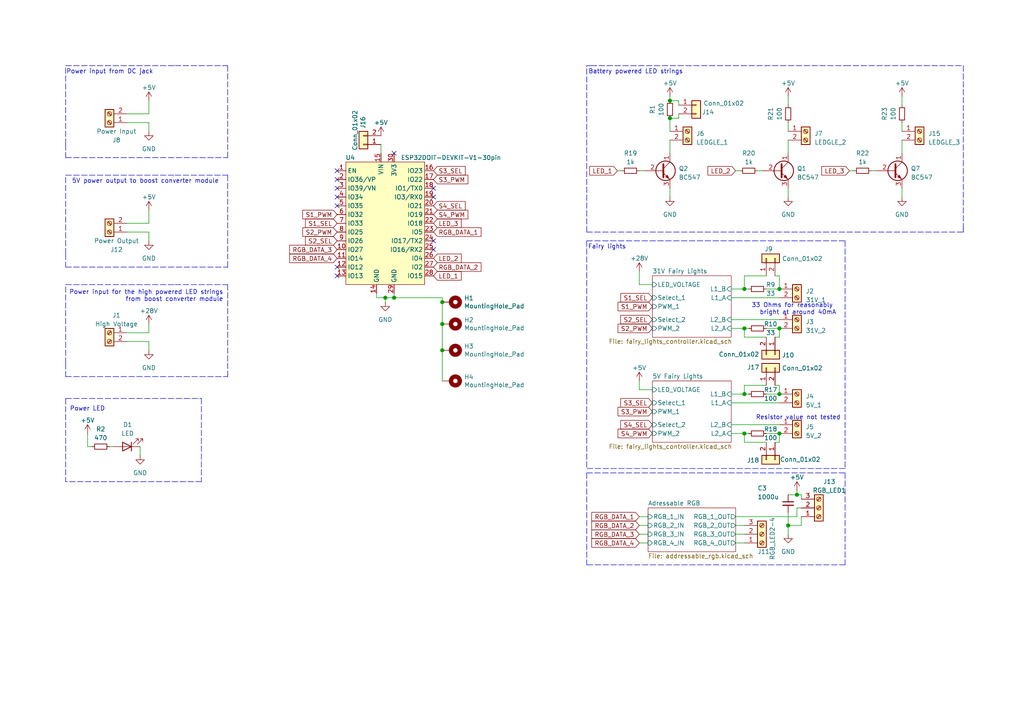
<source format=kicad_sch>
(kicad_sch (version 20210621) (generator eeschema)
  (paper "A4")
  (lib_symbols
    (symbol "Connector:Screw_Terminal_01x02" (pin_names (offset 1.016) hide)
      (property "Reference" "J" (at 0 2.54 0))
      (property "Value" "Screw_Terminal_01x02" (at 0 -5.08 0))
      (symbol "Screw_Terminal_01x02_1_1"
        (circle (center 0 -2.54) (radius 0.635) (stroke (width 0.1524)))
        (circle (center 0 0) (radius 0.635) (stroke (width 0.1524)))
        (rectangle (start -1.27 1.27) (end 1.27 -3.81) (stroke (width 0.254)) (fill (type background)))
        (polyline (pts (xy -0.5334 -2.2098) (xy 0.3302 -3.048)) (stroke (width 0.1524)))
        (polyline (pts (xy -0.5334 0.3302) (xy 0.3302 -0.508)) (stroke (width 0.1524)))
        (polyline (pts (xy -0.3556 -2.032) (xy 0.508 -2.8702)) (stroke (width 0.1524)))
        (polyline (pts (xy -0.3556 0.508) (xy 0.508 -0.3302)) (stroke (width 0.1524)))
        (pin passive line (at -5.08 0 0) (length 3.81) (name "Pin_1") (number "1"))
        (pin passive line (at -5.08 -2.54 0) (length 3.81) (name "Pin_2") (number "2"))
      )
    )
    (symbol "Connector:Screw_Terminal_01x03" (pin_names (offset 1.016) hide)
      (property "Reference" "J" (at 0 5.08 0))
      (property "Value" "Screw_Terminal_01x03" (at 0 -5.08 0))
      (symbol "Screw_Terminal_01x03_1_1"
        (circle (center 0 -2.54) (radius 0.635) (stroke (width 0.1524)))
        (circle (center 0 0) (radius 0.635) (stroke (width 0.1524)))
        (circle (center 0 2.54) (radius 0.635) (stroke (width 0.1524)))
        (rectangle (start -1.27 3.81) (end 1.27 -3.81) (stroke (width 0.254)) (fill (type background)))
        (polyline (pts (xy -0.5334 -2.2098) (xy 0.3302 -3.048)) (stroke (width 0.1524)))
        (polyline (pts (xy -0.5334 0.3302) (xy 0.3302 -0.508)) (stroke (width 0.1524)))
        (polyline (pts (xy -0.5334 2.8702) (xy 0.3302 2.032)) (stroke (width 0.1524)))
        (polyline (pts (xy -0.3556 -2.032) (xy 0.508 -2.8702)) (stroke (width 0.1524)))
        (polyline (pts (xy -0.3556 0.508) (xy 0.508 -0.3302)) (stroke (width 0.1524)))
        (polyline (pts (xy -0.3556 3.048) (xy 0.508 2.2098)) (stroke (width 0.1524)))
        (pin passive line (at -5.08 2.54 0) (length 3.81) (name "Pin_1") (number "1"))
        (pin passive line (at -5.08 0 0) (length 3.81) (name "Pin_2") (number "2"))
        (pin passive line (at -5.08 -2.54 0) (length 3.81) (name "Pin_3") (number "3"))
      )
    )
    (symbol "Connector_Generic:Conn_01x02" (pin_names (offset 1.016) hide)
      (property "Reference" "J" (at 0 2.54 0))
      (property "Value" "Conn_01x02" (at 0 -5.08 0))
      (symbol "Conn_01x02_1_1"
        (rectangle (start -1.27 -2.413) (end 0 -2.667) (stroke (width 0.1524)))
        (rectangle (start -1.27 0.127) (end 0 -0.127) (stroke (width 0.1524)))
        (rectangle (start -1.27 1.27) (end 1.27 -3.81) (stroke (width 0.254)) (fill (type background)))
        (pin passive line (at -5.08 0 0) (length 3.81) (name "Pin_1") (number "1"))
        (pin passive line (at -5.08 -2.54 0) (length 3.81) (name "Pin_2") (number "2"))
      )
    )
    (symbol "Device:C_Small" (pin_numbers hide) (pin_names (offset 0.254) hide)
      (property "Reference" "C" (at 0.254 1.778 0))
      (property "Value" "C_Small" (at 0.254 -2.032 0))
      (symbol "C_Small_0_1"
        (polyline (pts (xy -1.524 -0.508) (xy 1.524 -0.508)) (stroke (width 0.3302)))
        (polyline (pts (xy -1.524 0.508) (xy 1.524 0.508)) (stroke (width 0.3048)))
      )
      (symbol "C_Small_1_1"
        (pin passive line (at 0 2.54 270) (length 2.032) (name "~") (number "1"))
        (pin passive line (at 0 -2.54 90) (length 2.032) (name "~") (number "2"))
      )
    )
    (symbol "Device:LED" (pin_numbers hide) (pin_names (offset 1.016) hide)
      (property "Reference" "D" (at 0 2.54 0))
      (property "Value" "LED" (at 0 -2.54 0))
      (symbol "LED_0_1"
        (polyline (pts (xy -1.27 -1.27) (xy -1.27 1.27)) (stroke (width 0.254)))
        (polyline (pts (xy -1.27 0) (xy 1.27 0)))
        (polyline (pts (xy 1.27 -1.27) (xy 1.27 1.27) (xy -1.27 0) (xy 1.27 -1.27)) (stroke (width 0.254)))
        (polyline (pts (xy -3.048 -0.762) (xy -4.572 -2.286) (xy -3.81 -2.286) (xy -4.572 -2.286) (xy -4.572 -1.524)))
        (polyline (pts (xy -1.778 -0.762) (xy -3.302 -2.286) (xy -2.54 -2.286) (xy -3.302 -2.286) (xy -3.302 -1.524)))
      )
      (symbol "LED_1_1"
        (pin passive line (at -3.81 0 0) (length 2.54) (name "K") (number "1"))
        (pin passive line (at 3.81 0 180) (length 2.54) (name "A") (number "2"))
      )
    )
    (symbol "Device:R_Small" (pin_numbers hide) (pin_names (offset 0.254) hide)
      (property "Reference" "R" (at 0.762 0.508 0))
      (property "Value" "R_Small" (at 0.762 -1.016 0))
      (symbol "R_Small_0_1"
        (rectangle (start -0.762 1.778) (end 0.762 -1.778) (stroke (width 0.2032)))
      )
      (symbol "R_Small_1_1"
        (pin passive line (at 0 2.54 270) (length 0.762) (name "~") (number "1"))
        (pin passive line (at 0 -2.54 90) (length 0.762) (name "~") (number "2"))
      )
    )
    (symbol "Jim:ESP32DOIT-DEVKIT-V1-30pin"
      (property "Reference" "U" (at -11.43 22.86 0))
      (property "Value" "ESP32DOIT-DEVKIT-V1-30pin" (at 19.05 22.86 0))
      (symbol "ESP32DOIT-DEVKIT-V1-30pin_0_1"
        (rectangle (start -11.43 21.59) (end 11.43 -13.97) (stroke (width 0.1524)) (fill (type background)))
      )
      (symbol "ESP32DOIT-DEVKIT-V1-30pin_1_1"
        (pin input line (at -13.97 19.05 0) (length 2.54) (name "EN") (number "1"))
        (pin bidirectional line (at -13.97 -3.81 0) (length 2.54) (name "IO27") (number "10"))
        (pin bidirectional line (at -13.97 -6.35 0) (length 2.54) (name "IO14") (number "11"))
        (pin bidirectional line (at -13.97 -8.89 0) (length 2.54) (name "IO12") (number "12"))
        (pin bidirectional line (at -13.97 -11.43 0) (length 2.54) (name "IO13") (number "13"))
        (pin power_in line (at -2.54 -16.51 90) (length 2.54) (name "GND") (number "14"))
        (pin power_in line (at -1.27 24.13 270) (length 2.54) (name "VIN") (number "15"))
        (pin bidirectional line (at 13.97 19.05 180) (length 2.54) (name "IO23") (number "16"))
        (pin bidirectional line (at 13.97 16.51 180) (length 2.54) (name "IO22") (number "17"))
        (pin bidirectional line (at 13.97 13.97 180) (length 2.54) (name "IO1/TX0") (number "18"))
        (pin bidirectional line (at 13.97 11.43 180) (length 2.54) (name "IO3/RX0") (number "19"))
        (pin bidirectional line (at -13.97 16.51 0) (length 2.54) (name "IO36/VP") (number "2"))
        (pin bidirectional line (at 13.97 8.89 180) (length 2.54) (name "IO21") (number "20"))
        (pin bidirectional line (at 13.97 6.35 180) (length 2.54) (name "IO19") (number "21"))
        (pin bidirectional line (at 13.97 3.81 180) (length 2.54) (name "IO18") (number "22"))
        (pin bidirectional line (at 13.97 1.27 180) (length 2.54) (name "IO5") (number "23"))
        (pin bidirectional line (at 13.97 -1.27 180) (length 2.54) (name "IO17/TX2") (number "24"))
        (pin bidirectional line (at 13.97 -3.81 180) (length 2.54) (name "IO16/RX2") (number "25"))
        (pin bidirectional line (at 13.97 -6.35 180) (length 2.54) (name "IO4") (number "26"))
        (pin bidirectional line (at 13.97 -8.89 180) (length 2.54) (name "IO2") (number "27"))
        (pin bidirectional line (at 13.97 -11.43 180) (length 2.54) (name "IO15") (number "28"))
        (pin power_in line (at 2.54 -16.51 90) (length 2.54) (name "GND") (number "29"))
        (pin bidirectional line (at -13.97 13.97 0) (length 2.54) (name "IO39/VN") (number "3"))
        (pin power_in line (at 2.54 24.13 270) (length 2.54) (name "3V3") (number "30"))
        (pin bidirectional line (at -13.97 11.43 0) (length 2.54) (name "IO34") (number "4"))
        (pin bidirectional line (at -13.97 8.89 0) (length 2.54) (name "IO35") (number "5"))
        (pin bidirectional line (at -13.97 6.35 0) (length 2.54) (name "IO32") (number "6"))
        (pin bidirectional line (at -13.97 3.81 0) (length 2.54) (name "IO33") (number "7"))
        (pin bidirectional line (at -13.97 1.27 0) (length 2.54) (name "IO25") (number "8"))
        (pin bidirectional line (at -13.97 -1.27 0) (length 2.54) (name "IO26") (number "9"))
      )
    )
    (symbol "Mechanical:MountingHole_Pad" (pin_numbers hide) (pin_names (offset 1.016) hide)
      (property "Reference" "H" (at 0 6.35 0))
      (property "Value" "MountingHole_Pad" (at 0 4.445 0))
      (symbol "MountingHole_Pad_0_1"
        (circle (center 0 1.27) (radius 1.27) (stroke (width 1.27)))
      )
      (symbol "MountingHole_Pad_1_1"
        (pin input line (at 0 -2.54 90) (length 2.54) (name "1") (number "1"))
      )
    )
    (symbol "Transistor_BJT:BC547" (pin_names (offset 0) hide)
      (property "Reference" "Q" (at 5.08 1.905 0))
      (property "Value" "BC547" (at 5.08 0 0))
      (symbol "BC547_0_1"
        (circle (center 1.27 0) (radius 2.8194) (stroke (width 0.254)))
        (polyline (pts (xy 0 0) (xy 0.635 0)))
        (polyline (pts (xy 0.635 0.635) (xy 2.54 2.54)))
        (polyline (pts (xy 0.635 -0.635) (xy 2.54 -2.54) (xy 2.54 -2.54)))
        (polyline (pts (xy 0.635 1.905) (xy 0.635 -1.905) (xy 0.635 -1.905)) (stroke (width 0.508)))
        (polyline (pts (xy 1.27 -1.778) (xy 1.778 -1.27) (xy 2.286 -2.286) (xy 1.27 -1.778) (xy 1.27 -1.778)) (fill (type outline)))
      )
      (symbol "BC547_1_1"
        (pin passive line (at 2.54 5.08 270) (length 2.54) (name "C") (number "1"))
        (pin input line (at -5.08 0 0) (length 5.08) (name "B") (number "2"))
        (pin passive line (at 2.54 -5.08 90) (length 2.54) (name "E") (number "3"))
      )
    )
    (symbol "power:+28V" (power) (pin_names (offset 0))
      (property "Value" "+28V" (at 0 3.81 0))
      (symbol "+28V_0_1"
        (polyline (pts (xy -0.762 1.27) (xy 0 2.54)))
        (polyline (pts (xy 0 0) (xy 0 2.54)))
        (polyline (pts (xy 0 2.54) (xy 0.762 1.27)))
      )
      (symbol "+28V_1_1"
        (pin power_in line (at 0 0 90) (length 0) hide (name "+28V") (number "1"))
      )
    )
    (symbol "power:+5V" (power) (pin_names (offset 0))
      (property "Value" "+5V" (at 0 3.556 0))
      (symbol "+5V_0_1"
        (polyline (pts (xy -0.762 1.27) (xy 0 2.54)))
        (polyline (pts (xy 0 0) (xy 0 2.54)))
        (polyline (pts (xy 0 2.54) (xy 0.762 1.27)))
      )
      (symbol "+5V_1_1"
        (pin power_in line (at 0 0 90) (length 0) hide (name "+5V") (number "1"))
      )
    )
    (symbol "power:GND" (power) (pin_names (offset 0))
      (property "Value" "GND" (at 0 -3.81 0))
      (symbol "GND_0_1"
        (polyline (pts (xy 0 0) (xy 0 -1.27) (xy 1.27 -1.27) (xy 0 -2.54) (xy -1.27 -1.27) (xy 0 -1.27)))
      )
      (symbol "GND_1_1"
        (pin power_in line (at 0 0 270) (length 0) hide (name "GND") (number "1"))
      )
    )
  )
  (junction (at 111.76 86.36) (diameter 1.016))
  (junction (at 114.3 86.36) (diameter 1.016))
  (junction (at 128.27 87.63) (diameter 1.016))
  (junction (at 128.27 93.98) (diameter 1.016))
  (junction (at 128.27 101.6) (diameter 1.016))
  (junction (at 194.31 29.21) (diameter 1.016))
  (junction (at 194.31 34.29) (diameter 1.016))
  (junction (at 215.9 83.82) (diameter 1.016))
  (junction (at 215.9 95.25) (diameter 1.016))
  (junction (at 215.9 114.3) (diameter 1.016))
  (junction (at 215.9 125.73) (diameter 1.016))
  (junction (at 226.06 83.82) (diameter 1.016))
  (junction (at 226.06 95.25) (diameter 1.016))
  (junction (at 226.06 114.3) (diameter 1.016))
  (junction (at 226.06 125.73) (diameter 1.016))
  (junction (at 228.6 152.4) (diameter 1.016))
  (junction (at 231.14 143.51) (diameter 1.016))
  (no_connect (at 97.79 49.53))
  (no_connect (at 97.79 52.07))
  (no_connect (at 97.79 54.61))
  (no_connect (at 97.79 57.15))
  (no_connect (at 97.79 59.69))
  (no_connect (at 97.79 77.47))
  (no_connect (at 97.79 80.01))
  (no_connect (at 114.3 44.45))
  (no_connect (at 125.73 54.61))
  (no_connect (at 125.73 57.15))
  (no_connect (at 125.73 69.85))
  (no_connect (at 125.73 72.39))
  (wire (pts (xy 25.4 125.73) (xy 25.4 129.54)))
  (wire (pts (xy 25.4 129.54) (xy 26.67 129.54)))
  (wire (pts (xy 31.75 129.54) (xy 33.02 129.54)))
  (wire (pts (xy 36.83 33.02) (xy 43.18 33.02)))
  (wire (pts (xy 36.83 35.56) (xy 43.18 35.56)))
  (wire (pts (xy 36.83 64.77) (xy 43.18 64.77)))
  (wire (pts (xy 36.83 67.31) (xy 43.18 67.31)))
  (wire (pts (xy 36.83 96.52) (xy 43.18 96.52)))
  (wire (pts (xy 36.83 99.06) (xy 43.18 99.06)))
  (wire (pts (xy 40.64 129.54) (xy 40.64 132.08)))
  (wire (pts (xy 43.18 29.21) (xy 43.18 33.02)))
  (wire (pts (xy 43.18 35.56) (xy 43.18 38.1)))
  (wire (pts (xy 43.18 60.96) (xy 43.18 64.77)))
  (wire (pts (xy 43.18 67.31) (xy 43.18 69.85)))
  (wire (pts (xy 43.18 93.98) (xy 43.18 96.52)))
  (wire (pts (xy 43.18 99.06) (xy 43.18 101.6)))
  (wire (pts (xy 109.22 85.09) (xy 109.22 86.36)))
  (wire (pts (xy 109.22 86.36) (xy 111.76 86.36)))
  (wire (pts (xy 110.49 41.91) (xy 110.49 44.45)))
  (wire (pts (xy 111.76 86.36) (xy 111.76 87.63)))
  (wire (pts (xy 114.3 85.09) (xy 114.3 86.36)))
  (wire (pts (xy 114.3 86.36) (xy 111.76 86.36)))
  (wire (pts (xy 114.3 86.36) (xy 128.27 86.36)))
  (wire (pts (xy 128.27 86.36) (xy 128.27 87.63)))
  (wire (pts (xy 128.27 87.63) (xy 128.27 93.98)))
  (wire (pts (xy 128.27 93.98) (xy 128.27 101.6)))
  (wire (pts (xy 128.27 101.6) (xy 128.27 110.49)))
  (wire (pts (xy 179.07 49.53) (xy 180.34 49.53)))
  (wire (pts (xy 185.42 49.53) (xy 186.69 49.53)))
  (wire (pts (xy 185.42 78.74) (xy 185.42 82.55)))
  (wire (pts (xy 185.42 82.55) (xy 189.23 82.55)))
  (wire (pts (xy 185.42 110.49) (xy 185.42 113.03)))
  (wire (pts (xy 185.42 113.03) (xy 189.23 113.03)))
  (wire (pts (xy 185.42 149.86) (xy 187.96 149.86)))
  (wire (pts (xy 185.42 152.4) (xy 187.96 152.4)))
  (wire (pts (xy 185.42 154.94) (xy 187.96 154.94)))
  (wire (pts (xy 185.42 157.48) (xy 187.96 157.48)))
  (wire (pts (xy 194.31 27.94) (xy 194.31 29.21)))
  (wire (pts (xy 194.31 34.29) (xy 194.31 38.1)))
  (wire (pts (xy 194.31 40.64) (xy 194.31 44.45)))
  (wire (pts (xy 194.31 54.61) (xy 194.31 57.15)))
  (wire (pts (xy 196.85 29.21) (xy 194.31 29.21)))
  (wire (pts (xy 196.85 30.48) (xy 196.85 29.21)))
  (wire (pts (xy 196.85 33.02) (xy 196.85 34.29)))
  (wire (pts (xy 196.85 34.29) (xy 194.31 34.29)))
  (wire (pts (xy 212.09 83.82) (xy 215.9 83.82)))
  (wire (pts (xy 212.09 86.36) (xy 226.06 86.36)))
  (wire (pts (xy 212.09 92.71) (xy 226.06 92.71)))
  (wire (pts (xy 212.09 95.25) (xy 215.9 95.25)))
  (wire (pts (xy 212.09 114.3) (xy 215.9 114.3)))
  (wire (pts (xy 212.09 116.84) (xy 226.06 116.84)))
  (wire (pts (xy 212.09 123.19) (xy 226.06 123.19)))
  (wire (pts (xy 212.09 125.73) (xy 215.9 125.73)))
  (wire (pts (xy 213.36 49.53) (xy 214.63 49.53)))
  (wire (pts (xy 213.36 149.86) (xy 231.14 149.86)))
  (wire (pts (xy 213.36 152.4) (xy 215.9 152.4)))
  (wire (pts (xy 213.36 154.94) (xy 215.9 154.94)))
  (wire (pts (xy 213.36 157.48) (xy 215.9 157.48)))
  (wire (pts (xy 215.9 80.01) (xy 215.9 83.82)))
  (wire (pts (xy 215.9 83.82) (xy 217.17 83.82)))
  (wire (pts (xy 215.9 95.25) (xy 217.17 95.25)))
  (wire (pts (xy 215.9 97.79) (xy 215.9 95.25)))
  (wire (pts (xy 215.9 111.76) (xy 215.9 114.3)))
  (wire (pts (xy 215.9 114.3) (xy 217.17 114.3)))
  (wire (pts (xy 215.9 125.73) (xy 217.17 125.73)))
  (wire (pts (xy 215.9 128.27) (xy 215.9 125.73)))
  (wire (pts (xy 219.71 49.53) (xy 220.98 49.53)))
  (wire (pts (xy 222.25 80.01) (xy 215.9 80.01)))
  (wire (pts (xy 222.25 83.82) (xy 226.06 83.82)))
  (wire (pts (xy 222.25 95.25) (xy 226.06 95.25)))
  (wire (pts (xy 222.25 97.79) (xy 215.9 97.79)))
  (wire (pts (xy 222.25 111.76) (xy 215.9 111.76)))
  (wire (pts (xy 222.25 114.3) (xy 226.06 114.3)))
  (wire (pts (xy 222.25 125.73) (xy 226.06 125.73)))
  (wire (pts (xy 222.25 128.27) (xy 215.9 128.27)))
  (wire (pts (xy 224.79 80.01) (xy 226.06 80.01)))
  (wire (pts (xy 224.79 97.79) (xy 226.06 97.79)))
  (wire (pts (xy 224.79 111.76) (xy 226.06 111.76)))
  (wire (pts (xy 224.79 128.27) (xy 226.06 128.27)))
  (wire (pts (xy 226.06 80.01) (xy 226.06 83.82)))
  (wire (pts (xy 226.06 95.25) (xy 226.06 97.79)))
  (wire (pts (xy 226.06 111.76) (xy 226.06 114.3)))
  (wire (pts (xy 226.06 128.27) (xy 226.06 125.73)))
  (wire (pts (xy 228.6 27.94) (xy 228.6 30.48)))
  (wire (pts (xy 228.6 35.56) (xy 228.6 38.1)))
  (wire (pts (xy 228.6 40.64) (xy 228.6 44.45)))
  (wire (pts (xy 228.6 54.61) (xy 228.6 57.15)))
  (wire (pts (xy 228.6 143.51) (xy 231.14 143.51)))
  (wire (pts (xy 228.6 148.59) (xy 228.6 152.4)))
  (wire (pts (xy 228.6 152.4) (xy 228.6 154.94)))
  (wire (pts (xy 228.6 152.4) (xy 232.41 152.4)))
  (wire (pts (xy 231.14 142.24) (xy 231.14 143.51)))
  (wire (pts (xy 231.14 143.51) (xy 232.41 143.51)))
  (wire (pts (xy 231.14 147.32) (xy 232.41 147.32)))
  (wire (pts (xy 231.14 149.86) (xy 231.14 147.32)))
  (wire (pts (xy 232.41 143.51) (xy 232.41 144.78)))
  (wire (pts (xy 232.41 152.4) (xy 232.41 149.86)))
  (wire (pts (xy 246.38 49.53) (xy 247.65 49.53)))
  (wire (pts (xy 252.73 49.53) (xy 254 49.53)))
  (wire (pts (xy 261.62 27.94) (xy 261.62 30.48)))
  (wire (pts (xy 261.62 35.56) (xy 261.62 38.1)))
  (wire (pts (xy 261.62 40.64) (xy 261.62 44.45)))
  (wire (pts (xy 261.62 54.61) (xy 261.62 57.15)))
  (polyline (pts (xy 19.05 19.05) (xy 50.8 19.05)) (stroke (width 0) (type dash)))
  (polyline (pts (xy 19.05 41.91) (xy 19.05 19.05)) (stroke (width 0) (type dash)))
  (polyline (pts (xy 19.05 41.91) (xy 19.05 45.72)) (stroke (width 0) (type dash)))
  (polyline (pts (xy 19.05 45.72) (xy 66.04 45.72)) (stroke (width 0) (type dash)))
  (polyline (pts (xy 19.05 50.8) (xy 50.8 50.8)) (stroke (width 0) (type dash)))
  (polyline (pts (xy 19.05 73.66) (xy 19.05 50.8)) (stroke (width 0) (type dash)))
  (polyline (pts (xy 19.05 73.66) (xy 19.05 77.47)) (stroke (width 0) (type dash)))
  (polyline (pts (xy 19.05 77.47) (xy 66.04 77.47)) (stroke (width 0) (type dash)))
  (polyline (pts (xy 19.05 82.55) (xy 50.8 82.55)) (stroke (width 0) (type dash)))
  (polyline (pts (xy 19.05 105.41) (xy 19.05 82.55)) (stroke (width 0) (type dash)))
  (polyline (pts (xy 19.05 105.41) (xy 19.05 109.22)) (stroke (width 0) (type dash)))
  (polyline (pts (xy 19.05 109.22) (xy 66.04 109.22)) (stroke (width 0) (type dash)))
  (polyline (pts (xy 19.05 115.57) (xy 19.05 139.7)) (stroke (width 0) (type dash)))
  (polyline (pts (xy 19.05 115.57) (xy 58.42 115.57)) (stroke (width 0) (type dash)))
  (polyline (pts (xy 50.8 19.05) (xy 66.04 19.05)) (stroke (width 0) (type dash)))
  (polyline (pts (xy 50.8 50.8) (xy 66.04 50.8)) (stroke (width 0) (type dash)))
  (polyline (pts (xy 50.8 82.55) (xy 66.04 82.55)) (stroke (width 0) (type dash)))
  (polyline (pts (xy 58.42 115.57) (xy 58.42 139.7)) (stroke (width 0) (type dash)))
  (polyline (pts (xy 58.42 139.7) (xy 19.05 139.7)) (stroke (width 0) (type dash)))
  (polyline (pts (xy 66.04 19.05) (xy 66.04 41.91)) (stroke (width 0) (type dash)))
  (polyline (pts (xy 66.04 45.72) (xy 66.04 41.91)) (stroke (width 0) (type dash)))
  (polyline (pts (xy 66.04 50.8) (xy 66.04 73.66)) (stroke (width 0) (type dash)))
  (polyline (pts (xy 66.04 77.47) (xy 66.04 73.66)) (stroke (width 0) (type dash)))
  (polyline (pts (xy 66.04 82.55) (xy 66.04 105.41)) (stroke (width 0) (type dash)))
  (polyline (pts (xy 66.04 109.22) (xy 66.04 105.41)) (stroke (width 0) (type dash)))
  (polyline (pts (xy 170.18 19.05) (xy 171.45 19.05)) (stroke (width 0) (type dash)))
  (polyline (pts (xy 170.18 67.31) (xy 170.18 19.05)) (stroke (width 0) (type dash)))
  (polyline (pts (xy 170.18 67.31) (xy 279.4 67.31)) (stroke (width 0) (type dash)))
  (polyline (pts (xy 170.18 69.85) (xy 170.18 135.89)) (stroke (width 0) (type dash)))
  (polyline (pts (xy 170.18 69.85) (xy 245.11 69.85)) (stroke (width 0) (type dash)))
  (polyline (pts (xy 170.18 137.16) (xy 170.18 163.83)) (stroke (width 0) (type dash)))
  (polyline (pts (xy 170.18 137.16) (xy 245.11 137.16)) (stroke (width 0) (type dash)))
  (polyline (pts (xy 171.45 19.05) (xy 245.11 19.05)) (stroke (width 0) (type dash)))
  (polyline (pts (xy 245.11 19.05) (xy 279.4 19.05)) (stroke (width 0) (type dash)))
  (polyline (pts (xy 245.11 69.85) (xy 245.11 135.89)) (stroke (width 0) (type dash)))
  (polyline (pts (xy 245.11 135.89) (xy 170.18 135.89)) (stroke (width 0) (type dash)))
  (polyline (pts (xy 245.11 137.16) (xy 245.11 163.83)) (stroke (width 0) (type dash)))
  (polyline (pts (xy 245.11 163.83) (xy 170.18 163.83)) (stroke (width 0) (type dash)))
  (polyline (pts (xy 279.4 19.05) (xy 279.4 67.31)) (stroke (width 0) (type dash)))
  (polyline (pts (xy 279.4 67.31) (xy 279.4 66.04)) (stroke (width 0) (type dash)))
  (text "Power LED" (at 30.48 119.38 180) (effects (font (size 1.27 1.27)) (justify right bottom)))
  (text "Power input from DC jack" (at 44.45 21.59 180) (effects (font (size 1.27 1.27)) (justify right bottom)))
  (text "5V power output to boost converter module" (at 63.5 53.34 180) (effects (font (size 1.27 1.27)) (justify right bottom)))
  (text "Power input for the high powered LED strings\nfrom boost converter module" (at 64.77 87.63 0) (effects (font (size 1.27 1.27)) (justify right bottom)))
  (text "Fairy lights" (at 181.61 72.39 180) (effects (font (size 1.27 1.27)) (justify right bottom)))
  (text "Battery powered LED strings" (at 198.12 21.59 180) (effects (font (size 1.27 1.27)) (justify right bottom)))
  (text "33 Ohms for reasonably \nbright at around 40mA\n" (at 242.57 91.44 180) (effects (font (size 1.27 1.27)) (justify right bottom)))
  (text "Resistor value not tested" (at 243.84 121.92 180) (effects (font (size 1.27 1.27)) (justify right bottom)))
  (global_label "S1_PWM" (shape input) (at 97.79 62.23 180) (property "Intersheet References" "${INTERSHEET_REFS}" (effects hide)))
  (global_label "S1_SEL" (shape input) (at 97.79 64.77 180) (property "Intersheet References" "${INTERSHEET_REFS}" (effects hide)))
  (global_label "S2_PWM" (shape input) (at 97.79 67.31 180) (property "Intersheet References" "${INTERSHEET_REFS}" (effects hide)))
  (global_label "S2_SEL" (shape input) (at 97.79 69.85 180) (property "Intersheet References" "${INTERSHEET_REFS}" (effects hide)))
  (global_label "RGB_DATA_3" (shape input) (at 97.79 72.39 180) (property "Intersheet References" "${INTERSHEET_REFS}" (effects hide)))
  (global_label "RGB_DATA_4" (shape input) (at 97.79 74.93 180) (property "Intersheet References" "${INTERSHEET_REFS}" (effects hide)))
  (global_label "S3_SEL" (shape input) (at 125.73 49.53 0) (property "Intersheet References" "${INTERSHEET_REFS}" (effects hide)))
  (global_label "S3_PWM" (shape input) (at 125.73 52.07 0) (property "Intersheet References" "${INTERSHEET_REFS}" (effects hide)))
  (global_label "S4_SEL" (shape input) (at 125.73 59.69 0) (property "Intersheet References" "${INTERSHEET_REFS}" (effects hide)))
  (global_label "S4_PWM" (shape input) (at 125.73 62.23 0) (property "Intersheet References" "${INTERSHEET_REFS}" (effects hide)))
  (global_label "LED_3" (shape input) (at 125.73 64.77 0) (property "Intersheet References" "${INTERSHEET_REFS}" (effects hide)))
  (global_label "RGB_DATA_1" (shape input) (at 125.73 67.31 0) (property "Intersheet References" "${INTERSHEET_REFS}" (effects hide)))
  (global_label "LED_2" (shape input) (at 125.73 74.93 0) (property "Intersheet References" "${INTERSHEET_REFS}" (effects hide)))
  (global_label "RGB_DATA_2" (shape input) (at 125.73 77.47 0) (property "Intersheet References" "${INTERSHEET_REFS}" (effects hide)))
  (global_label "LED_1" (shape input) (at 125.73 80.01 0) (property "Intersheet References" "${INTERSHEET_REFS}" (effects hide)))
  (global_label "LED_1" (shape input) (at 179.07 49.53 180) (property "Intersheet References" "${INTERSHEET_REFS}" (effects hide)))
  (global_label "RGB_DATA_1" (shape input) (at 185.42 149.86 180) (property "Intersheet References" "${INTERSHEET_REFS}" (effects hide)))
  (global_label "RGB_DATA_2" (shape input) (at 185.42 152.4 180) (property "Intersheet References" "${INTERSHEET_REFS}" (effects hide)))
  (global_label "RGB_DATA_3" (shape input) (at 185.42 154.94 180) (property "Intersheet References" "${INTERSHEET_REFS}" (effects hide)))
  (global_label "RGB_DATA_4" (shape input) (at 185.42 157.48 180) (property "Intersheet References" "${INTERSHEET_REFS}" (effects hide)))
  (global_label "S1_SEL" (shape input) (at 189.23 86.36 180) (property "Intersheet References" "${INTERSHEET_REFS}" (effects hide)))
  (global_label "S1_PWM" (shape input) (at 189.23 88.9 180) (property "Intersheet References" "${INTERSHEET_REFS}" (effects hide)))
  (global_label "S2_SEL" (shape input) (at 189.23 92.71 180) (property "Intersheet References" "${INTERSHEET_REFS}" (effects hide)))
  (global_label "S2_PWM" (shape input) (at 189.23 95.25 180) (property "Intersheet References" "${INTERSHEET_REFS}" (effects hide)))
  (global_label "S3_SEL" (shape input) (at 189.23 116.84 180) (property "Intersheet References" "${INTERSHEET_REFS}" (effects hide)))
  (global_label "S3_PWM" (shape input) (at 189.23 119.38 180) (property "Intersheet References" "${INTERSHEET_REFS}" (effects hide)))
  (global_label "S4_SEL" (shape input) (at 189.23 123.19 180) (property "Intersheet References" "${INTERSHEET_REFS}" (effects hide)))
  (global_label "S4_PWM" (shape input) (at 189.23 125.73 180) (property "Intersheet References" "${INTERSHEET_REFS}" (effects hide)))
  (global_label "LED_2" (shape input) (at 213.36 49.53 180) (property "Intersheet References" "${INTERSHEET_REFS}" (effects hide)))
  (global_label "LED_3" (shape input) (at 246.38 49.53 180) (property "Intersheet References" "${INTERSHEET_REFS}" (effects hide)))
  (symbol (lib_id "power:+5V") (at 25.4 125.73 0) (unit 1)
    (property "Reference" "#PWR04" (effects hide))
    (property "Value" "+5V" (at 25.4 121.92 0))
  )
  (symbol (lib_id "power:+5V") (at 43.18 29.21 0) (unit 1)
    (property "Reference" "#PWR021" (effects hide))
    (property "Value" "+5V" (at 43.18 25.4 0))
  )
  (symbol (lib_id "power:+5V") (at 43.18 60.96 0) (unit 1)
    (property "Reference" "#PWR0108" (effects hide))
    (property "Value" "+5V" (at 43.18 57.15 0))
  )
  (symbol (lib_id "power:+28V") (at 43.18 93.98 0) (unit 1)
    (property "Reference" "#PWR01" (effects hide))
    (property "Value" "+28V" (at 43.18 90.17 0))
  )
  (symbol (lib_id "power:+5V") (at 110.49 39.37 0) (unit 1)
    (property "Reference" "#PWR0101" (effects hide))
    (property "Value" "+5V" (at 110.49 35.56 0))
  )
  (symbol (lib_id "power:+28V") (at 185.42 78.74 0) (unit 1)
    (property "Reference" "#PWR024" (effects hide))
    (property "Value" "+28V" (at 185.42 74.93 0))
  )
  (symbol (lib_id "power:+5V") (at 185.42 110.49 0) (unit 1)
    (property "Reference" "#PWR03" (effects hide))
    (property "Value" "+5V" (at 185.42 106.68 0))
  )
  (symbol (lib_id "power:+5V") (at 194.31 27.94 0) (unit 1)
    (property "Reference" "#PWR05" (effects hide))
    (property "Value" "+5V" (at 194.31 24.13 0))
  )
  (symbol (lib_id "power:+5V") (at 228.6 27.94 0) (unit 1)
    (property "Reference" "#PWR026" (effects hide))
    (property "Value" "+5V" (at 228.6 24.13 0))
  )
  (symbol (lib_id "power:+5V") (at 231.14 142.24 0) (unit 1)
    (property "Reference" "#PWR0103" (effects hide))
    (property "Value" "+5V" (at 231.14 138.43 0))
  )
  (symbol (lib_id "power:+5V") (at 261.62 27.94 0) (unit 1)
    (property "Reference" "#PWR028" (effects hide))
    (property "Value" "+5V" (at 261.62 24.13 0))
  )
  (symbol (lib_id "power:GND") (at 40.64 132.08 0) (unit 1)
    (property "Reference" "#PWR025" (effects hide))
    (property "Value" "GND" (at 40.64 137.16 0))
  )
  (symbol (lib_id "power:GND") (at 43.18 38.1 0) (unit 1)
    (property "Reference" "#PWR022" (effects hide))
    (property "Value" "GND" (at 43.18 43.18 0))
  )
  (symbol (lib_id "power:GND") (at 43.18 69.85 0) (unit 1)
    (property "Reference" "#PWR0107" (effects hide))
    (property "Value" "GND" (at 43.18 74.93 0))
  )
  (symbol (lib_id "power:GND") (at 43.18 101.6 0) (unit 1)
    (property "Reference" "#PWR02" (effects hide))
    (property "Value" "GND" (at 43.18 106.68 0))
  )
  (symbol (lib_id "power:GND") (at 111.76 87.63 0) (unit 1)
    (property "Reference" "#PWR0102" (effects hide))
    (property "Value" "GND" (at 111.76 92.71 0))
  )
  (symbol (lib_id "power:GND") (at 194.31 57.15 0) (unit 1)
    (property "Reference" "#PWR06" (effects hide))
    (property "Value" "GND" (at 194.31 62.23 0))
  )
  (symbol (lib_id "power:GND") (at 228.6 57.15 0) (unit 1)
    (property "Reference" "#PWR027" (effects hide))
    (property "Value" "GND" (at 228.6 62.23 0))
  )
  (symbol (lib_id "power:GND") (at 228.6 154.94 0) (unit 1)
    (property "Reference" "#PWR0104" (effects hide))
    (property "Value" "GND" (at 228.6 160.02 0))
  )
  (symbol (lib_id "power:GND") (at 261.62 57.15 0) (unit 1)
    (property "Reference" "#PWR029" (effects hide))
    (property "Value" "GND" (at 261.62 62.23 0))
  )
  (symbol (lib_id "Device:R_Small") (at 29.21 129.54 90) (unit 1)
    (property "Reference" "R2" (at 29.21 124.46 90))
    (property "Value" "470" (at 29.21 127 90))
    (property "Footprint" "Resistor_THT:R_Axial_DIN0204_L3.6mm_D1.6mm_P5.08mm_Horizontal" (effects hide))
  )
  (symbol (lib_id "Device:R_Small") (at 182.88 49.53 90) (unit 1)
    (property "Reference" "R19" (at 182.88 44.45 90))
    (property "Value" "1k" (at 182.88 46.99 90))
    (property "Footprint" "Resistor_THT:R_Axial_DIN0204_L3.6mm_D1.6mm_P5.08mm_Horizontal" (effects hide))
  )
  (symbol (lib_id "Device:R_Small") (at 194.31 31.75 180) (unit 1)
    (property "Reference" "R1" (at 189.23 31.75 90))
    (property "Value" "100" (at 191.77 31.75 90))
    (property "Footprint" "Resistor_THT:R_Axial_DIN0204_L3.6mm_D1.6mm_P5.08mm_Horizontal" (effects hide))
  )
  (symbol (lib_id "Device:R_Small") (at 217.17 49.53 90) (unit 1)
    (property "Reference" "R20" (at 217.17 44.45 90))
    (property "Value" "1k" (at 217.17 46.99 90))
    (property "Footprint" "Resistor_THT:R_Axial_DIN0204_L3.6mm_D1.6mm_P5.08mm_Horizontal" (effects hide))
  )
  (symbol (lib_id "Device:R_Small") (at 219.71 83.82 90) (unit 1)
    (property "Reference" "R9" (at 223.52 82.55 90))
    (property "Value" "33" (at 223.52 85.09 90))
    (property "Footprint" "Resistor_THT:R_Axial_DIN0204_L3.6mm_D1.6mm_P5.08mm_Horizontal" (effects hide))
  )
  (symbol (lib_id "Device:R_Small") (at 219.71 95.25 90) (unit 1)
    (property "Reference" "R10" (at 223.52 93.98 90))
    (property "Value" "33" (at 223.52 96.52 90))
    (property "Footprint" "Resistor_THT:R_Axial_DIN0204_L3.6mm_D1.6mm_P5.08mm_Horizontal" (effects hide))
  )
  (symbol (lib_id "Device:R_Small") (at 219.71 114.3 90) (unit 1)
    (property "Reference" "R17" (at 223.52 113.03 90))
    (property "Value" "100" (at 223.52 115.57 90))
    (property "Footprint" "Resistor_THT:R_Axial_DIN0204_L3.6mm_D1.6mm_P5.08mm_Horizontal" (effects hide))
  )
  (symbol (lib_id "Device:R_Small") (at 219.71 125.73 90) (unit 1)
    (property "Reference" "R18" (at 223.52 124.46 90))
    (property "Value" "100" (at 223.52 127 90))
    (property "Footprint" "Resistor_THT:R_Axial_DIN0204_L3.6mm_D1.6mm_P5.08mm_Horizontal" (effects hide))
  )
  (symbol (lib_id "Device:R_Small") (at 228.6 33.02 180) (unit 1)
    (property "Reference" "R21" (at 223.52 33.02 90))
    (property "Value" "100" (at 226.06 33.02 90))
    (property "Footprint" "Resistor_THT:R_Axial_DIN0204_L3.6mm_D1.6mm_P5.08mm_Horizontal" (effects hide))
  )
  (symbol (lib_id "Device:R_Small") (at 250.19 49.53 90) (unit 1)
    (property "Reference" "R22" (at 250.19 44.45 90))
    (property "Value" "1k" (at 250.19 46.99 90))
    (property "Footprint" "Resistor_THT:R_Axial_DIN0204_L3.6mm_D1.6mm_P5.08mm_Horizontal" (effects hide))
  )
  (symbol (lib_id "Device:R_Small") (at 261.62 33.02 180) (unit 1)
    (property "Reference" "R23" (at 256.54 33.02 90))
    (property "Value" "100" (at 259.08 33.02 90))
    (property "Footprint" "Resistor_THT:R_Axial_DIN0204_L3.6mm_D1.6mm_P5.08mm_Horizontal" (effects hide))
  )
  (symbol (lib_id "Device:C_Small") (at 228.6 146.05 0) (unit 1)
    (property "Reference" "C3" (at 219.71 141.6049 0) (effects (justify left)))
    (property "Value" "1000u" (at 219.71 144.1449 0) (effects (justify left)))
    (property "Footprint" "Capacitor_SMD:C_0805_2012Metric" (effects hide))
  )
  (symbol (lib_id "Mechanical:MountingHole_Pad") (at 130.81 87.63 270) (unit 1)
    (property "Reference" "H1" (at 134.62 86.4616 90) (effects (justify left)))
    (property "Value" "MountingHole_Pad" (at 134.62 88.773 90) (effects (justify left)))
    (property "Footprint" "MountingHole:MountingHole_3.2mm_M3_Pad_Via" (effects hide))
  )
  (symbol (lib_id "Mechanical:MountingHole_Pad") (at 130.81 93.98 270) (unit 1)
    (property "Reference" "H2" (at 134.62 92.8116 90) (effects (justify left)))
    (property "Value" "MountingHole_Pad" (at 134.62 95.123 90) (effects (justify left)))
    (property "Footprint" "MountingHole:MountingHole_3.2mm_M3_Pad_Via" (effects hide))
  )
  (symbol (lib_id "Mechanical:MountingHole_Pad") (at 130.81 101.6 270) (unit 1)
    (property "Reference" "H3" (at 134.62 100.4316 90) (effects (justify left)))
    (property "Value" "MountingHole_Pad" (at 134.62 102.743 90) (effects (justify left)))
    (property "Footprint" "MountingHole:MountingHole_3.2mm_M3_Pad_Via" (effects hide))
  )
  (symbol (lib_id "Mechanical:MountingHole_Pad") (at 130.81 110.49 270) (unit 1)
    (property "Reference" "H4" (at 134.62 109.3216 90) (effects (justify left)))
    (property "Value" "MountingHole_Pad" (at 134.62 111.633 90) (effects (justify left)))
    (property "Footprint" "MountingHole:MountingHole_3.2mm_M3_Pad_Via" (effects hide))
  )
  (symbol (lib_id "Device:LED") (at 36.83 129.54 180) (unit 1)
    (property "Reference" "D1" (at 37.0205 123.19 0))
    (property "Value" "LED" (at 37.0205 125.73 0))
    (property "Footprint" "LED_THT:LED_D5.0mm" (effects hide))
  )
  (symbol (lib_id "Connector:Screw_Terminal_01x02") (at 31.75 35.56 180) (unit 1)
    (property "Reference" "J8" (at 33.782 40.64 0))
    (property "Value" "Power Input" (at 33.782 38.1 0))
    (property "Footprint" "TerminalBlock_Phoenix:TerminalBlock_Phoenix_MKDS-1,5-2_1x02_P5.00mm_Horizontal" (effects hide))
  )
  (symbol (lib_id "Connector:Screw_Terminal_01x02") (at 31.75 67.31 180) (unit 1)
    (property "Reference" "J12" (at 33.782 72.39 0))
    (property "Value" "Power Output" (at 33.782 69.85 0))
    (property "Footprint" "TerminalBlock_Phoenix:TerminalBlock_Phoenix_MKDS-1,5-2_1x02_P5.00mm_Horizontal" (effects hide))
  )
  (symbol (lib_id "Connector:Screw_Terminal_01x02") (at 31.75 96.52 0) (mirror y) (unit 1)
    (property "Reference" "J1" (at 33.782 91.44 0))
    (property "Value" "High Voltage" (at 33.782 93.98 0))
    (property "Footprint" "TerminalBlock_Phoenix:TerminalBlock_Phoenix_MKDS-1,5-2_1x02_P5.00mm_Horizontal" (effects hide))
  )
  (symbol (lib_id "Connector_Generic:Conn_01x02") (at 105.41 41.91 180) (unit 1)
    (property "Reference" "J16" (at 105.2635 37.3379 90) (effects (justify right)))
    (property "Value" "Conn_01x02" (at 102.9586 43.6879 90) (effects (justify right)))
    (property "Footprint" "Connector_PinHeader_2.54mm:PinHeader_1x02_P2.54mm_Vertical" (effects hide))
  )
  (symbol (lib_id "Connector:Screw_Terminal_01x02") (at 199.39 38.1 0) (unit 1)
    (property "Reference" "J6" (at 201.93 38.7349 0) (effects (justify left)))
    (property "Value" "LEDGLE_1" (at 201.93 41.2749 0) (effects (justify left)))
    (property "Footprint" "TerminalBlock_Phoenix:TerminalBlock_Phoenix_MKDS-1,5-2_1x02_P5.00mm_Horizontal" (effects hide))
  )
  (symbol (lib_id "Connector_Generic:Conn_01x02") (at 201.93 30.48 0) (unit 1)
    (property "Reference" "J14" (at 207.1565 32.5121 0) (effects (justify right)))
    (property "Value" "Conn_01x02" (at 215.8114 29.9721 0) (effects (justify right)))
    (property "Footprint" "Connector_PinHeader_2.54mm:PinHeader_1x02_P2.54mm_Vertical" (effects hide))
  )
  (symbol (lib_id "Connector_Generic:Conn_01x02") (at 222.25 74.93 90) (unit 1)
    (property "Reference" "J9" (at 221.7421 72.2435 90) (effects (justify right)))
    (property "Value" "Conn_01x02" (at 226.8221 75.0186 90) (effects (justify right)))
    (property "Footprint" "Connector_PinHeader_2.54mm:PinHeader_1x02_P2.54mm_Vertical" (effects hide))
  )
  (symbol (lib_id "Connector_Generic:Conn_01x02") (at 222.25 106.68 90) (unit 1)
    (property "Reference" "J17" (at 216.6621 106.5335 90) (effects (justify right)))
    (property "Value" "Conn_01x02" (at 226.8221 106.7686 90) (effects (justify right)))
    (property "Footprint" "Connector_PinHeader_2.54mm:PinHeader_1x02_P2.54mm_Vertical" (effects hide))
  )
  (symbol (lib_id "Connector_Generic:Conn_01x02") (at 224.79 102.87 270) (unit 1)
    (property "Reference" "J10" (at 230.3779 103.0165 90) (effects (justify right)))
    (property "Value" "Conn_01x02" (at 220.2179 102.7814 90) (effects (justify right)))
    (property "Footprint" "Connector_PinHeader_2.54mm:PinHeader_1x02_P2.54mm_Vertical" (effects hide))
  )
  (symbol (lib_id "Connector_Generic:Conn_01x02") (at 224.79 133.35 270) (unit 1)
    (property "Reference" "J18" (at 220.2179 133.4965 90) (effects (justify right)))
    (property "Value" "Conn_01x02" (at 237.9979 133.2614 90) (effects (justify right)))
    (property "Footprint" "Connector_PinHeader_2.54mm:PinHeader_1x02_P2.54mm_Vertical" (effects hide))
  )
  (symbol (lib_id "Connector:Screw_Terminal_01x02") (at 231.14 83.82 0) (unit 1)
    (property "Reference" "J2" (at 233.68 84.4549 0) (effects (justify left)))
    (property "Value" "31V_1" (at 233.68 86.9949 0) (effects (justify left)))
    (property "Footprint" "TerminalBlock_Phoenix:TerminalBlock_Phoenix_MKDS-1,5-2_1x02_P5.00mm_Horizontal" (effects hide))
  )
  (symbol (lib_id "Connector:Screw_Terminal_01x02") (at 231.14 92.71 0) (unit 1)
    (property "Reference" "J3" (at 233.68 93.3449 0) (effects (justify left)))
    (property "Value" "31V_2" (at 233.68 95.8849 0) (effects (justify left)))
    (property "Footprint" "TerminalBlock_Phoenix:TerminalBlock_Phoenix_MKDS-1,5-2_1x02_P5.00mm_Horizontal" (effects hide))
  )
  (symbol (lib_id "Connector:Screw_Terminal_01x02") (at 231.14 114.3 0) (unit 1)
    (property "Reference" "J4" (at 233.68 114.9349 0) (effects (justify left)))
    (property "Value" "5V_1" (at 233.68 117.4749 0) (effects (justify left)))
    (property "Footprint" "TerminalBlock_Phoenix:TerminalBlock_Phoenix_MKDS-1,5-2_1x02_P5.00mm_Horizontal" (effects hide))
  )
  (symbol (lib_id "Connector:Screw_Terminal_01x02") (at 231.14 123.19 0) (unit 1)
    (property "Reference" "J5" (at 233.68 123.8249 0) (effects (justify left)))
    (property "Value" "5V_2" (at 233.68 126.3649 0) (effects (justify left)))
    (property "Footprint" "TerminalBlock_Phoenix:TerminalBlock_Phoenix_MKDS-1,5-2_1x02_P5.00mm_Horizontal" (effects hide))
  )
  (symbol (lib_id "Connector:Screw_Terminal_01x02") (at 233.68 38.1 0) (unit 1)
    (property "Reference" "J7" (at 236.22 38.7349 0) (effects (justify left)))
    (property "Value" "LEDGLE_2" (at 236.22 41.2749 0) (effects (justify left)))
    (property "Footprint" "TerminalBlock_Phoenix:TerminalBlock_Phoenix_MKDS-1,5-2_1x02_P5.00mm_Horizontal" (effects hide))
  )
  (symbol (lib_id "Connector:Screw_Terminal_01x02") (at 266.7 38.1 0) (unit 1)
    (property "Reference" "J15" (at 269.24 38.7349 0) (effects (justify left)))
    (property "Value" "LEDGLE_3" (at 269.24 41.2749 0) (effects (justify left)))
    (property "Footprint" "TerminalBlock_Phoenix:TerminalBlock_Phoenix_MKDS-1,5-2_1x02_P5.00mm_Horizontal" (effects hide))
  )
  (symbol (lib_id "Connector:Screw_Terminal_01x03") (at 220.98 154.94 0) (mirror x) (unit 1)
    (property "Reference" "J11" (at 221.488 160.02 0))
    (property "Value" "RGB_LED2-4" (at 224.028 156.21 90))
    (property "Footprint" "TerminalBlock_Phoenix:TerminalBlock_Phoenix_MKDS-1,5-3_1x03_P5.00mm_Horizontal" (effects hide))
  )
  (symbol (lib_id "Connector:Screw_Terminal_01x03") (at 237.49 147.32 0) (mirror x) (unit 1)
    (property "Reference" "J13" (at 240.538 139.7 0))
    (property "Value" "RGB_LED1" (at 240.538 142.24 0))
    (property "Footprint" "TerminalBlock_Phoenix:TerminalBlock_Phoenix_MKDS-1,5-3_1x03_P5.00mm_Horizontal" (effects hide))
  )
  (symbol (lib_id "Transistor_BJT:BC547") (at 191.77 49.53 0) (unit 1)
    (property "Reference" "Q2" (at 196.85 48.8949 0) (effects (justify left)))
    (property "Value" "BC547" (at 196.85 51.4349 0) (effects (justify left)))
    (property "Footprint" "Package_TO_SOT_THT:TO-92_Inline" (effects hide))
    (property "Datasheet" "https://www.onsemi.com/pub/Collateral/BC550-D.pdf" (effects hide))
  )
  (symbol (lib_id "Transistor_BJT:BC547") (at 226.06 49.53 0) (unit 1)
    (property "Reference" "Q1" (at 231.14 48.8949 0) (effects (justify left)))
    (property "Value" "BC547" (at 231.14 51.4349 0) (effects (justify left)))
    (property "Footprint" "Package_TO_SOT_THT:TO-92_Inline" (effects hide))
    (property "Datasheet" "https://www.onsemi.com/pub/Collateral/BC550-D.pdf" (effects hide))
  )
  (symbol (lib_id "Transistor_BJT:BC547") (at 259.08 49.53 0) (unit 1)
    (property "Reference" "Q7" (at 264.16 48.8949 0) (effects (justify left)))
    (property "Value" "BC547" (at 264.16 51.4349 0) (effects (justify left)))
    (property "Footprint" "Package_TO_SOT_THT:TO-92_Inline" (effects hide))
    (property "Datasheet" "https://www.onsemi.com/pub/Collateral/BC550-D.pdf" (effects hide))
  )
  (symbol (lib_id "Jim:ESP32DOIT-DEVKIT-V1-30pin") (at 111.76 68.58 0) (unit 1)
    (property "Reference" "U4" (at 101.6 45.72 0))
    (property "Value" "ESP32DOIT-DEVKIT-V1-30pin" (at 130.81 45.72 0))
    (property "Footprint" "Jim:ESP32DOIT-DEVKIT-V1-30pin" (effects hide))
  )
  (sheet (at 189.23 80.01) (size 22.86 17.78) (stroke (width 0.0006))
    (property "Sheet name" "31V Fairy Lights" (at 189.23 79.3743 0) (effects (justify left bottom)))
    (property "Sheet file" "fairy_lights_controller.kicad_sch" (at 176.53 98.2987 0) (effects (justify left top)))
    (pin "L2_B" input (at 212.09 92.71 0))
    (pin "L1_B" input (at 212.09 83.82 0))
    (pin "L1_A" input (at 212.09 86.36 0))
    (pin "L2_A" input (at 212.09 95.25 0))
    (pin "LED_VOLTAGE" input (at 189.23 82.55 180))
    (pin "Select_1" input (at 189.23 86.36 180))
    (pin "PWM_1" input (at 189.23 88.9 180))
    (pin "PWM_2" input (at 189.23 95.25 180))
    (pin "Select_2" input (at 189.23 92.71 180))
  )
  (sheet (at 189.23 110.49) (size 22.86 17.78) (stroke (width 0.0006))
    (property "Sheet name" "5V Fairy Lights" (at 189.23 109.8543 0) (effects (justify left bottom)))
    (property "Sheet file" "fairy_lights_controller.kicad_sch" (at 176.53 128.7787 0) (effects (justify left top)))
    (pin "L2_B" input (at 212.09 123.19 0))
    (pin "L1_B" input (at 212.09 114.3 0))
    (pin "L1_A" input (at 212.09 116.84 0))
    (pin "L2_A" input (at 212.09 125.73 0))
    (pin "LED_VOLTAGE" input (at 189.23 113.03 180))
    (pin "Select_1" input (at 189.23 116.84 180))
    (pin "PWM_1" input (at 189.23 119.38 180))
    (pin "PWM_2" input (at 189.23 125.73 180))
    (pin "Select_2" input (at 189.23 123.19 180))
  )
  (sheet (at 187.96 147.32) (size 25.4 12.7) (stroke (width 0.0006))
    (property "Sheet name" "Adressable RGB" (at 187.96 146.6843 0) (effects (justify left bottom)))
    (property "Sheet file" "addressable_rgb.kicad_sch" (at 187.96 160.5287 0) (effects (justify left top)))
    (pin "RGB_3_OUT" output (at 213.36 154.94 0))
    (pin "RGB_4_OUT" output (at 213.36 157.48 0))
    (pin "RGB_1_OUT" output (at 213.36 149.86 0))
    (pin "RGB_2_OUT" output (at 213.36 152.4 0))
    (pin "RGB_1_IN" input (at 187.96 149.86 180))
    (pin "RGB_3_IN" input (at 187.96 154.94 180))
    (pin "RGB_4_IN" input (at 187.96 157.48 180))
    (pin "RGB_2_IN" input (at 187.96 152.4 180))
  )
)
</source>
